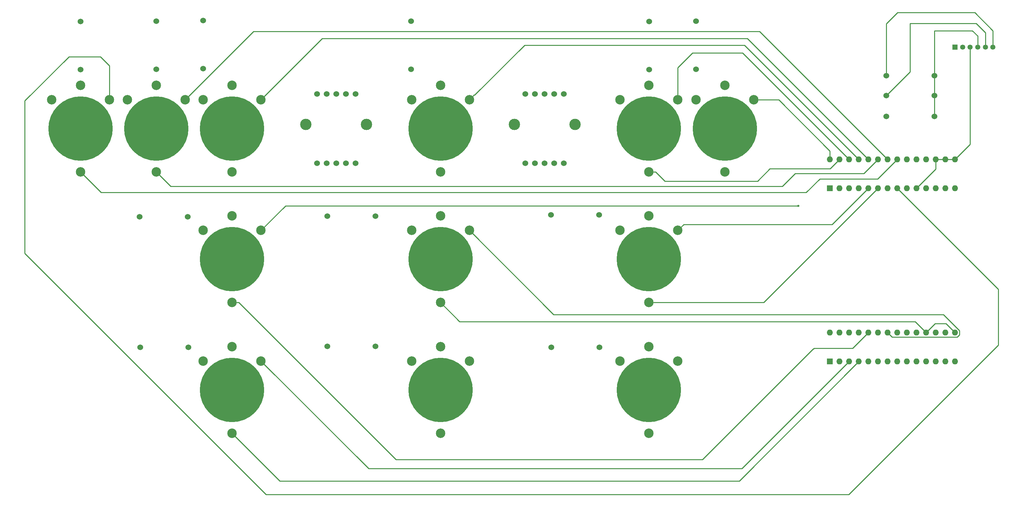
<source format=gbr>
G04 #@! TF.FileFunction,Copper,L1,Top,Signal*
%FSLAX46Y46*%
G04 Gerber Fmt 4.6, Leading zero omitted, Abs format (unit mm)*
G04 Created by KiCad (PCBNEW 4.0.7) date 07/23/18 15:59:09*
%MOMM*%
%LPD*%
G01*
G04 APERTURE LIST*
%ADD10C,0.100000*%
%ADD11C,17.000000*%
%ADD12C,2.500000*%
%ADD13R,1.350000X1.350000*%
%ADD14C,1.350000*%
%ADD15C,1.524000*%
%ADD16R,1.600000X1.600000*%
%ADD17O,1.600000X1.600000*%
%ADD18C,3.000000*%
%ADD19C,0.600000*%
%ADD20C,0.250000*%
G04 APERTURE END LIST*
D10*
D11*
X128300000Y-58800000D03*
D12*
X128300000Y-47370000D03*
X135920000Y-51180000D03*
X120680000Y-51180000D03*
X128300000Y-70230000D03*
D11*
X203300000Y-58800000D03*
D12*
X203300000Y-47370000D03*
X210920000Y-51180000D03*
X195680000Y-51180000D03*
X203300000Y-70230000D03*
D11*
X73300000Y-58800000D03*
D12*
X73300000Y-47370000D03*
X80920000Y-51180000D03*
X65680000Y-51180000D03*
X73300000Y-70230000D03*
D13*
X264050000Y-37300000D03*
D14*
X266050000Y-37300000D03*
X268050000Y-37300000D03*
X270050000Y-37300000D03*
X272050000Y-37300000D03*
X274050000Y-37300000D03*
D15*
X183350000Y-30550000D03*
X183350000Y-43250000D03*
X61800000Y-116550000D03*
X49100000Y-116550000D03*
X65650000Y-30250000D03*
X65650000Y-42950000D03*
X53300000Y-30450000D03*
X53300000Y-43150000D03*
X33350000Y-30550000D03*
X33350000Y-43250000D03*
X111150000Y-116300000D03*
X98450000Y-116300000D03*
X157450000Y-81550000D03*
X170150000Y-81550000D03*
X170250000Y-116550000D03*
X157550000Y-116550000D03*
X120550000Y-30450000D03*
X120550000Y-43150000D03*
X195680000Y-43150000D03*
X195680000Y-30450000D03*
X111100000Y-81900000D03*
X98400000Y-81900000D03*
X61600000Y-82100000D03*
X48900000Y-82100000D03*
X258650000Y-55550000D03*
X245950000Y-55550000D03*
X258650000Y-50050000D03*
X245950000Y-50050000D03*
X258650000Y-44800000D03*
X245950000Y-44800000D03*
D11*
X73300000Y-93300000D03*
D12*
X73300000Y-81870000D03*
X80920000Y-85680000D03*
X65680000Y-85680000D03*
X73300000Y-104730000D03*
D11*
X73300000Y-127800000D03*
D12*
X73300000Y-116370000D03*
X80920000Y-120180000D03*
X65680000Y-120180000D03*
X73300000Y-139230000D03*
D11*
X33300000Y-58800000D03*
D12*
X33300000Y-47370000D03*
X40920000Y-51180000D03*
X25680000Y-51180000D03*
X33300000Y-70230000D03*
D11*
X53300000Y-58800000D03*
D12*
X53300000Y-47370000D03*
X60920000Y-51180000D03*
X45680000Y-51180000D03*
X53300000Y-70230000D03*
D11*
X128300000Y-93300000D03*
D12*
X128300000Y-81870000D03*
X135920000Y-85680000D03*
X120680000Y-85680000D03*
X128300000Y-104730000D03*
D11*
X128300000Y-127800000D03*
D12*
X128300000Y-116370000D03*
X135920000Y-120180000D03*
X120680000Y-120180000D03*
X128300000Y-139230000D03*
D11*
X183300000Y-93300000D03*
D12*
X183300000Y-81870000D03*
X190920000Y-85680000D03*
X175680000Y-85680000D03*
X183300000Y-104730000D03*
D11*
X183300000Y-127800000D03*
D12*
X183300000Y-116370000D03*
X190920000Y-120180000D03*
X175680000Y-120180000D03*
X183300000Y-139230000D03*
D11*
X183300000Y-58800000D03*
D12*
X183300000Y-47370000D03*
X190920000Y-51180000D03*
X175680000Y-51180000D03*
X183300000Y-70230000D03*
D16*
X231050000Y-74550000D03*
D17*
X264070000Y-66930000D03*
X233590000Y-74550000D03*
X261530000Y-66930000D03*
X236130000Y-74550000D03*
X258990000Y-66930000D03*
X238670000Y-74550000D03*
X256450000Y-66930000D03*
X241210000Y-74550000D03*
X253910000Y-66930000D03*
X243750000Y-74550000D03*
X251370000Y-66930000D03*
X246290000Y-74550000D03*
X248830000Y-66930000D03*
X248830000Y-74550000D03*
X246290000Y-66930000D03*
X251370000Y-74550000D03*
X243750000Y-66930000D03*
X253910000Y-74550000D03*
X241210000Y-66930000D03*
X256450000Y-74550000D03*
X238670000Y-66930000D03*
X258990000Y-74550000D03*
X236130000Y-66930000D03*
X261530000Y-74550000D03*
X233590000Y-66930000D03*
X264070000Y-74550000D03*
X231050000Y-66930000D03*
D16*
X231050000Y-120300000D03*
D17*
X264070000Y-112680000D03*
X233590000Y-120300000D03*
X261530000Y-112680000D03*
X236130000Y-120300000D03*
X258990000Y-112680000D03*
X238670000Y-120300000D03*
X256450000Y-112680000D03*
X241210000Y-120300000D03*
X253910000Y-112680000D03*
X243750000Y-120300000D03*
X251370000Y-112680000D03*
X246290000Y-120300000D03*
X248830000Y-112680000D03*
X248830000Y-120300000D03*
X246290000Y-112680000D03*
X251370000Y-120300000D03*
X243750000Y-112680000D03*
X253910000Y-120300000D03*
X241210000Y-112680000D03*
X256450000Y-120300000D03*
X238670000Y-112680000D03*
X258990000Y-120300000D03*
X236130000Y-112680000D03*
X261530000Y-120300000D03*
X233590000Y-112680000D03*
X264070000Y-120300000D03*
X231050000Y-112680000D03*
D15*
X100800000Y-49650000D03*
X103340000Y-49650000D03*
X105880000Y-49650000D03*
X98260000Y-49650000D03*
X95720000Y-49650000D03*
X100800000Y-67950000D03*
X103340000Y-67950000D03*
X105880000Y-67950000D03*
X98260000Y-67950000D03*
X95720000Y-67950000D03*
D18*
X108800000Y-57700000D03*
X92800000Y-57700000D03*
D15*
X155800000Y-49650000D03*
X158340000Y-49650000D03*
X160880000Y-49650000D03*
X153260000Y-49650000D03*
X150720000Y-49650000D03*
X155800000Y-67950000D03*
X158340000Y-67950000D03*
X160880000Y-67950000D03*
X153260000Y-67950000D03*
X150720000Y-67950000D03*
D18*
X163800000Y-57700000D03*
X147800000Y-57700000D03*
D19*
X222750000Y-79200000D03*
D20*
X210920000Y-51180000D02*
X217534922Y-51180000D01*
X217534922Y-51180000D02*
X231050000Y-64695078D01*
X231050000Y-64695078D02*
X231050000Y-66930000D01*
X241210000Y-66930000D02*
X209253201Y-34973201D01*
X209253201Y-34973201D02*
X97126799Y-34973201D01*
X97126799Y-34973201D02*
X80920000Y-51180000D01*
X241210000Y-66524955D02*
X241210000Y-66930000D01*
X135920000Y-51180000D02*
X137169999Y-49930001D01*
X137169999Y-49930001D02*
X137336230Y-49930001D01*
X137336230Y-49930001D02*
X150490412Y-36775819D01*
X208515819Y-36775819D02*
X238670000Y-66930000D01*
X150490412Y-36775819D02*
X208515819Y-36775819D01*
X120680000Y-43280000D02*
X120550000Y-43150000D01*
X258990000Y-66930000D02*
X258990000Y-69470000D01*
X258990000Y-69470000D02*
X253910000Y-74550000D01*
X261530000Y-66930000D02*
X258990000Y-66930000D01*
X264070000Y-66930000D02*
X261530000Y-66930000D01*
X268050000Y-37300000D02*
X268050000Y-62950000D01*
X268050000Y-62950000D02*
X264070000Y-66930000D01*
X270050000Y-37300000D02*
X270050000Y-34372839D01*
X268629532Y-32952371D02*
X258636976Y-32952371D01*
X270050000Y-34372839D02*
X268629532Y-32952371D01*
X258636976Y-32952371D02*
X258636976Y-44786976D01*
X258636976Y-44786976D02*
X258650000Y-44800000D01*
X253513960Y-109743960D02*
X256450000Y-112680000D01*
X128300000Y-104730000D02*
X133313960Y-109743960D01*
X133313960Y-109743960D02*
X253513960Y-109743960D01*
X256450000Y-112680000D02*
X258830000Y-110300000D01*
X258830000Y-110300000D02*
X261690000Y-110300000D01*
X261690000Y-110300000D02*
X264070000Y-112680000D01*
X258650000Y-50050000D02*
X258650000Y-55550000D01*
X258650000Y-44800000D02*
X258650000Y-50050000D01*
X245950000Y-50050000D02*
X252216888Y-43783112D01*
X252216888Y-43783112D02*
X252216888Y-31036700D01*
X252216888Y-31036700D02*
X269613256Y-31036700D01*
X269613256Y-31036700D02*
X272050000Y-33473444D01*
X272050000Y-33473444D02*
X272050000Y-37300000D01*
X274050000Y-37300000D02*
X274050000Y-32945406D01*
X274050000Y-32945406D02*
X269281386Y-28176792D01*
X269281386Y-28176792D02*
X248915582Y-28176792D01*
X248915582Y-28176792D02*
X245950000Y-31142374D01*
X245950000Y-31142374D02*
X245950000Y-44800000D01*
X80920000Y-120180000D02*
X109326574Y-148586574D01*
X109326574Y-148586574D02*
X207843426Y-148586574D01*
X207843426Y-148586574D02*
X236130000Y-120300000D01*
X73300000Y-139230000D02*
X85917027Y-151847027D01*
X85917027Y-151847027D02*
X207122973Y-151847027D01*
X207122973Y-151847027D02*
X238670000Y-120300000D01*
X248830000Y-74550000D02*
X275495685Y-101215685D01*
X275495685Y-115922981D02*
X236022228Y-155396438D01*
X30304883Y-39800000D02*
X38549349Y-39800000D01*
X275495685Y-101215685D02*
X275495685Y-115922981D01*
X18633440Y-91721253D02*
X18633440Y-51471443D01*
X236022228Y-155396438D02*
X82308625Y-155396438D01*
X82308625Y-155396438D02*
X18633440Y-91721253D01*
X18633440Y-51471443D02*
X30304883Y-39800000D01*
X38549349Y-39800000D02*
X40920000Y-42170651D01*
X40920000Y-42170651D02*
X40920000Y-51180000D01*
X33300000Y-70230000D02*
X38724940Y-75654940D01*
X38724940Y-75654940D02*
X224789212Y-75654940D01*
X224789212Y-75654940D02*
X228361680Y-72082472D01*
X228361680Y-72082472D02*
X243677528Y-72082472D01*
X243677528Y-72082472D02*
X248030001Y-67729999D01*
X248030001Y-67729999D02*
X248830000Y-66930000D01*
X60920000Y-51180000D02*
X78940529Y-33159471D01*
X78940529Y-33159471D02*
X212519471Y-33159471D01*
X212519471Y-33159471D02*
X245490001Y-66130001D01*
X245490001Y-66130001D02*
X246290000Y-66930000D01*
X53300000Y-70230000D02*
X57119918Y-74049918D01*
X218524449Y-74049918D02*
X221889818Y-70684549D01*
X57119918Y-74049918D02*
X218524449Y-74049918D01*
X221889818Y-70684549D02*
X239995451Y-70684549D01*
X239995451Y-70684549D02*
X242950001Y-67729999D01*
X242950001Y-67729999D02*
X243750000Y-66930000D01*
X190920000Y-85680000D02*
X192499243Y-84100757D01*
X231659243Y-84100757D02*
X241210000Y-74550000D01*
X192499243Y-84100757D02*
X231659243Y-84100757D01*
X183300000Y-104730000D02*
X213570000Y-104730000D01*
X213570000Y-104730000D02*
X243750000Y-74550000D01*
X190920000Y-51180000D02*
X190920000Y-42697711D01*
X208040125Y-38840125D02*
X236130000Y-66930000D01*
X190920000Y-42697711D02*
X194777586Y-38840125D01*
X194777586Y-38840125D02*
X208040125Y-38840125D01*
X183300000Y-70230000D02*
X185067766Y-70230000D01*
X185067766Y-70230000D02*
X187489762Y-72651996D01*
X187489762Y-72651996D02*
X211949036Y-72651996D01*
X215210855Y-69390177D02*
X231129823Y-69390177D01*
X211949036Y-72651996D02*
X215210855Y-69390177D01*
X232790001Y-67729999D02*
X233590000Y-66930000D01*
X231129823Y-69390177D02*
X232790001Y-67729999D01*
X80920000Y-85680000D02*
X87400000Y-79200000D01*
X87400000Y-79200000D02*
X222750000Y-79200000D01*
X241210000Y-112680000D02*
X237050000Y-116840000D01*
X116556149Y-146218383D02*
X75067766Y-104730000D01*
X75067766Y-104730000D02*
X73300000Y-104730000D01*
X237050000Y-116840000D02*
X226890000Y-116840000D01*
X197405489Y-146218383D02*
X116556149Y-146218383D01*
X226890000Y-116840000D02*
X226750000Y-116980000D01*
X226750000Y-116980000D02*
X226643872Y-116980000D01*
X226643872Y-116980000D02*
X197405489Y-146218383D01*
X247089999Y-113479999D02*
X246290000Y-112680000D01*
X264610001Y-113805001D02*
X247415001Y-113805001D01*
X265195001Y-113220001D02*
X264610001Y-113805001D01*
X265195001Y-112139999D02*
X265195001Y-113220001D01*
X260968592Y-107913590D02*
X265195001Y-112139999D01*
X158153590Y-107913590D02*
X260968592Y-107913590D01*
X247415001Y-113805001D02*
X247089999Y-113479999D01*
X135920000Y-85680000D02*
X158153590Y-107913590D01*
M02*

</source>
